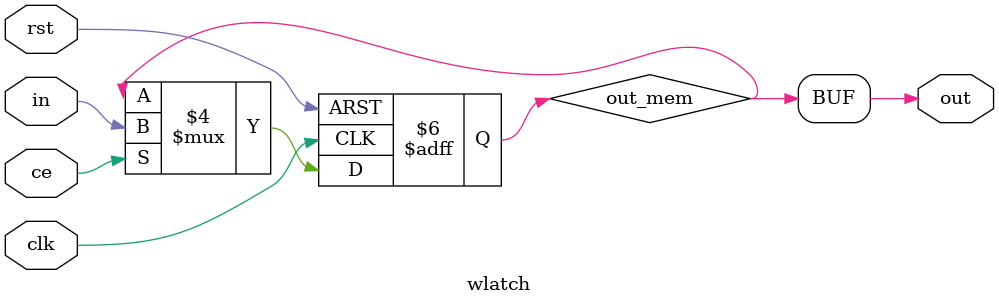
<source format=v>
`timescale 1ns / 1ps
module wlatch #(
        parameter WIDTH = 1
    )(
        input                   ce,
        input                   rst,
        input                   clk,
        input  [WIDTH - 1:0]    in,
        output [WIDTH - 1:0]    out
    );
    reg [WIDTH - 1:0] out_mem = 0;
    assign out = out_mem;
    
    always@(posedge clk or posedge rst)
    begin
        if(rst) out_mem <= 0;
        else
            if(ce)  out_mem <= in;
            else    out_mem <= out_mem;
    end
endmodule

</source>
